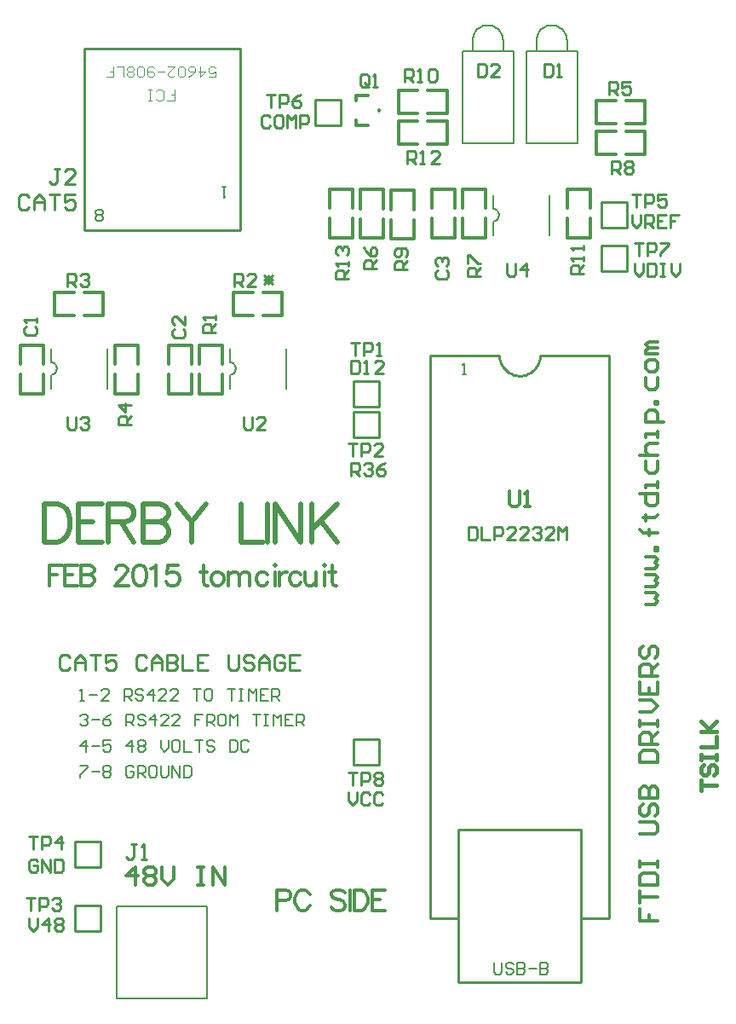
<source format=gto>
%FSLAX24Y24*%
%MOIN*%
G70*
G01*
G75*
%ADD10R,0.0500X0.0600*%
%ADD11R,0.0320X0.0950*%
%ADD12R,0.0600X0.0500*%
%ADD13R,0.0360X0.0360*%
%ADD14R,0.0500X0.0360*%
%ADD15C,0.0200*%
%ADD16C,0.0500*%
%ADD17C,0.0150*%
%ADD18C,0.0300*%
%ADD19R,0.1000X0.6600*%
%ADD20C,0.0700*%
%ADD21O,0.0600X0.0750*%
%ADD22C,0.1280*%
%ADD23C,0.1000*%
%ADD24R,0.0700X0.0700*%
%ADD25C,0.0500*%
%ADD26C,0.0400*%
%ADD27C,0.0120*%
%ADD28C,0.0400*%
%ADD29R,0.1000X0.3500*%
%ADD30C,0.0080*%
%ADD31C,0.0079*%
%ADD32C,0.0100*%
%ADD33C,0.0000*%
D15*
X108500Y83700D02*
Y82200D01*
Y83700D02*
X109000D01*
X109214Y83628D01*
X109357Y83485D01*
X109428Y83343D01*
X109500Y83128D01*
Y82771D01*
X109428Y82557D01*
X109357Y82414D01*
X109214Y82271D01*
X109000Y82200D01*
X108500D01*
X110764Y83700D02*
X109835D01*
Y82200D01*
X110764D01*
X109835Y82986D02*
X110407D01*
X111014Y83700D02*
Y82200D01*
Y83700D02*
X111656D01*
X111871Y83628D01*
X111942Y83557D01*
X112014Y83414D01*
Y83271D01*
X111942Y83128D01*
X111871Y83057D01*
X111656Y82986D01*
X111014D01*
X111514D02*
X112014Y82200D01*
X112349Y83700D02*
Y82200D01*
Y83700D02*
X112992D01*
X113206Y83628D01*
X113278Y83557D01*
X113349Y83414D01*
Y83271D01*
X113278Y83128D01*
X113206Y83057D01*
X112992Y82986D01*
X112349D02*
X112992D01*
X113206Y82914D01*
X113278Y82843D01*
X113349Y82700D01*
Y82486D01*
X113278Y82343D01*
X113206Y82271D01*
X112992Y82200D01*
X112349D01*
X113685Y83700D02*
X114256Y82986D01*
Y82200D01*
X114827Y83700D02*
X114256Y82986D01*
X116198Y83700D02*
Y82200D01*
X117055D01*
X117220Y83700D02*
Y82200D01*
X117534Y83700D02*
Y82200D01*
Y83700D02*
X118534Y82200D01*
Y83700D02*
Y82200D01*
X118948Y83700D02*
Y82200D01*
X119948Y83700D02*
X118948Y82700D01*
X119305Y83057D02*
X119948Y82200D01*
D17*
X134200Y72500D02*
Y72900D01*
Y72700D01*
X134800D01*
X134300Y73500D02*
X134200Y73400D01*
Y73200D01*
X134300Y73100D01*
X134400D01*
X134500Y73200D01*
Y73400D01*
X134600Y73500D01*
X134700D01*
X134800Y73400D01*
Y73200D01*
X134700Y73100D01*
X134200Y73700D02*
Y73900D01*
Y73800D01*
X134800D01*
Y73700D01*
Y73900D01*
X134200Y74199D02*
X134800D01*
Y74599D01*
X134200Y74799D02*
X134800D01*
X134600D01*
X134200Y75199D01*
X134500Y74899D01*
X134800Y75199D01*
D27*
X119650Y94100D02*
Y94850D01*
X120550Y94100D02*
Y94850D01*
Y95250D02*
Y96000D01*
X119650Y95250D02*
Y96000D01*
Y94100D02*
X120550D01*
X119650Y96000D02*
X120550D01*
X128950Y94100D02*
X129850D01*
X128950Y96000D02*
X129850D01*
Y94100D02*
X129850Y94850D01*
X128950D02*
X128950Y94100D01*
Y95250D02*
Y96000D01*
X129850Y95250D02*
Y96000D01*
X122050Y94050D02*
Y94800D01*
X122950Y94050D02*
Y94800D01*
Y95200D02*
Y95950D01*
X122050Y95200D02*
Y95950D01*
Y94050D02*
X122950D01*
X122050Y95950D02*
X122950Y95950D01*
X131250Y97350D02*
X132000D01*
X131250Y98250D02*
X132000D01*
X130100D02*
X130850D01*
X130100Y97350D02*
X130850D01*
X132000D02*
Y98250D01*
X130100Y97350D02*
X130100Y98250D01*
X124850Y94100D02*
Y94850D01*
X125750D02*
X125750Y94100D01*
Y95250D02*
Y96000D01*
X124850Y95250D02*
Y96000D01*
Y94100D02*
X125750D01*
X124850Y96000D02*
X125750Y96000D01*
X121750Y95230D02*
Y95980D01*
X120850Y95230D02*
Y95980D01*
Y94080D02*
Y94830D01*
X121750Y94080D02*
Y94830D01*
X120850Y95980D02*
X121750D01*
X120850Y94080D02*
X121750Y94080D01*
X131250Y98550D02*
X132000D01*
X131250Y99450D02*
X132000D01*
X130100D02*
X130850D01*
X130100Y98550D02*
X130850D01*
X132000D02*
Y99450D01*
X130100Y98550D02*
X130100Y99450D01*
X112150Y89150D02*
Y89900D01*
X111250Y89150D02*
Y89900D01*
X111250Y88000D02*
Y88750D01*
X112150Y88000D02*
Y88750D01*
X111250Y89900D02*
X112150D01*
X111250Y88000D02*
X112150Y88000D01*
X110050Y91050D02*
X110800D01*
X110050Y91950D02*
X110800D01*
X108900D02*
X109650Y91950D01*
X108900Y91050D02*
X109650D01*
X110800D02*
Y91950D01*
X108900Y91050D02*
Y91950D01*
X115900Y91950D02*
X116650D01*
X115900Y91050D02*
X116650D01*
X117050D02*
X117800D01*
X117050Y91950D02*
X117800D01*
X115900Y91050D02*
Y91950D01*
X117800Y91050D02*
X117800Y91950D01*
X122350Y98650D02*
X123100D01*
X122350Y97750D02*
X123100D01*
X123500D02*
X124250D01*
X123500Y98650D02*
X124250D01*
X122350D02*
X122350Y97750D01*
X124250D02*
X124250Y98650D01*
X122350Y99850D02*
X123100D01*
X122350Y98950D02*
X123100D01*
X123500D02*
X124250D01*
X123500Y99850D02*
X124250D01*
X122350Y98950D02*
Y99850D01*
X124250Y98950D02*
X124250Y99850D01*
X114550Y88000D02*
Y88750D01*
X115450Y88000D02*
Y88750D01*
Y89150D02*
Y89900D01*
X114550Y89150D02*
Y89900D01*
X114550Y88000D02*
X115450D01*
X114550Y89900D02*
X115450Y89900D01*
X120700Y98500D02*
Y98700D01*
X121600Y99050D02*
Y99100D01*
X120700Y99450D02*
Y99650D01*
Y98500D02*
X121150D01*
X120700Y99650D02*
X121150D01*
X107550Y88000D02*
X108450Y88000D01*
X107550Y89900D02*
X108450D01*
Y88000D02*
Y88750D01*
X107550Y88750D02*
X107550Y88000D01*
Y89150D02*
Y89900D01*
X108450Y89150D02*
Y89900D01*
X113350Y88000D02*
X114250Y88000D01*
X113350Y89900D02*
X114250D01*
X114250Y88000D02*
Y88750D01*
X113350Y88000D02*
Y88750D01*
Y89150D02*
Y89900D01*
X114250Y89150D02*
Y89900D01*
X123650Y94100D02*
X124550D01*
X123650Y96000D02*
X124550Y96000D01*
Y94100D02*
X124550Y94850D01*
X123650Y94100D02*
Y94850D01*
X123650Y95250D02*
X123650Y96000D01*
X124550Y95250D02*
X124550Y96000D01*
X126700Y84200D02*
Y83700D01*
X126800Y83600D01*
X127000D01*
X127100Y83700D01*
Y84200D01*
X127300Y83600D02*
X127500D01*
X127400D01*
Y84200D01*
X127300Y84100D01*
X112050Y68800D02*
Y69500D01*
X111700Y69150D01*
X112167D01*
X112400Y69383D02*
X112516Y69500D01*
X112750D01*
X112866Y69383D01*
Y69267D01*
X112750Y69150D01*
X112866Y69033D01*
Y68917D01*
X112750Y68800D01*
X112516D01*
X112400Y68917D01*
Y69033D01*
X112516Y69150D01*
X112400Y69267D01*
Y69383D01*
X112516Y69150D02*
X112750D01*
X113100Y69500D02*
Y69033D01*
X113333Y68800D01*
X113566Y69033D01*
Y69500D01*
X114499D02*
X114732D01*
X114616D01*
Y68800D01*
X114499D01*
X114732D01*
X115082D02*
Y69500D01*
X115549Y68800D01*
Y69500D01*
X108700Y81300D02*
Y80500D01*
Y81300D02*
X109195D01*
X108700Y80919D02*
X109005D01*
X109782Y81300D02*
X109287D01*
Y80500D01*
X109782D01*
X109287Y80919D02*
X109591D01*
X109915Y81300D02*
Y80500D01*
Y81300D02*
X110258D01*
X110372Y81262D01*
X110410Y81224D01*
X110448Y81147D01*
Y81071D01*
X110410Y80995D01*
X110372Y80957D01*
X110258Y80919D01*
X109915D02*
X110258D01*
X110372Y80881D01*
X110410Y80843D01*
X110448Y80767D01*
Y80652D01*
X110410Y80576D01*
X110372Y80538D01*
X110258Y80500D01*
X109915D01*
X111294Y81109D02*
Y81147D01*
X111332Y81224D01*
X111370Y81262D01*
X111446Y81300D01*
X111598D01*
X111675Y81262D01*
X111713Y81224D01*
X111751Y81147D01*
Y81071D01*
X111713Y80995D01*
X111637Y80881D01*
X111256Y80500D01*
X111789D01*
X112196Y81300D02*
X112082Y81262D01*
X112006Y81147D01*
X111968Y80957D01*
Y80843D01*
X112006Y80652D01*
X112082Y80538D01*
X112196Y80500D01*
X112273D01*
X112387Y80538D01*
X112463Y80652D01*
X112501Y80843D01*
Y80957D01*
X112463Y81147D01*
X112387Y81262D01*
X112273Y81300D01*
X112196D01*
X112680Y81147D02*
X112756Y81186D01*
X112871Y81300D01*
Y80500D01*
X113724Y81300D02*
X113343D01*
X113305Y80957D01*
X113343Y80995D01*
X113457Y81033D01*
X113571D01*
X113686Y80995D01*
X113762Y80919D01*
X113800Y80805D01*
Y80729D01*
X113762Y80614D01*
X113686Y80538D01*
X113571Y80500D01*
X113457D01*
X113343Y80538D01*
X113305Y80576D01*
X113267Y80652D01*
X114722Y81300D02*
Y80652D01*
X114760Y80538D01*
X114836Y80500D01*
X114912D01*
X114607Y81033D02*
X114874D01*
X115217D02*
X115141Y80995D01*
X115064Y80919D01*
X115026Y80805D01*
Y80729D01*
X115064Y80614D01*
X115141Y80538D01*
X115217Y80500D01*
X115331D01*
X115407Y80538D01*
X115483Y80614D01*
X115521Y80729D01*
Y80805D01*
X115483Y80919D01*
X115407Y80995D01*
X115331Y81033D01*
X115217D01*
X115697D02*
Y80500D01*
Y80881D02*
X115811Y80995D01*
X115887Y81033D01*
X116001D01*
X116077Y80995D01*
X116116Y80881D01*
Y80500D01*
Y80881D02*
X116230Y80995D01*
X116306Y81033D01*
X116420D01*
X116496Y80995D01*
X116535Y80881D01*
Y80500D01*
X117243Y80919D02*
X117167Y80995D01*
X117091Y81033D01*
X116976D01*
X116900Y80995D01*
X116824Y80919D01*
X116786Y80805D01*
Y80729D01*
X116824Y80614D01*
X116900Y80538D01*
X116976Y80500D01*
X117091D01*
X117167Y80538D01*
X117243Y80614D01*
X117491Y81300D02*
X117529Y81262D01*
X117567Y81300D01*
X117529Y81338D01*
X117491Y81300D01*
X117529Y81033D02*
Y80500D01*
X117708Y81033D02*
Y80500D01*
Y80805D02*
X117746Y80919D01*
X117822Y80995D01*
X117898Y81033D01*
X118012D01*
X118542Y80919D02*
X118466Y80995D01*
X118389Y81033D01*
X118275D01*
X118199Y80995D01*
X118123Y80919D01*
X118085Y80805D01*
Y80729D01*
X118123Y80614D01*
X118199Y80538D01*
X118275Y80500D01*
X118389D01*
X118466Y80538D01*
X118542Y80614D01*
X118713Y81033D02*
Y80652D01*
X118751Y80538D01*
X118827Y80500D01*
X118942D01*
X119018Y80538D01*
X119132Y80652D01*
Y81033D02*
Y80500D01*
X119418Y81300D02*
X119456Y81262D01*
X119494Y81300D01*
X119456Y81338D01*
X119418Y81300D01*
X119456Y81033D02*
Y80500D01*
X119749Y81300D02*
Y80652D01*
X119787Y80538D01*
X119863Y80500D01*
X119939D01*
X119635Y81033D02*
X119901D01*
X117600Y68181D02*
X117943D01*
X118057Y68219D01*
X118095Y68257D01*
X118133Y68333D01*
Y68447D01*
X118095Y68524D01*
X118057Y68562D01*
X117943Y68600D01*
X117600D01*
Y67800D01*
X118884Y68409D02*
X118845Y68486D01*
X118769Y68562D01*
X118693Y68600D01*
X118541D01*
X118465Y68562D01*
X118388Y68486D01*
X118350Y68409D01*
X118312Y68295D01*
Y68105D01*
X118350Y67990D01*
X118388Y67914D01*
X118465Y67838D01*
X118541Y67800D01*
X118693D01*
X118769Y67838D01*
X118845Y67914D01*
X118884Y67990D01*
X120270Y68486D02*
X120194Y68562D01*
X120079Y68600D01*
X119927D01*
X119813Y68562D01*
X119737Y68486D01*
Y68409D01*
X119775Y68333D01*
X119813Y68295D01*
X119889Y68257D01*
X120118Y68181D01*
X120194Y68143D01*
X120232Y68105D01*
X120270Y68029D01*
Y67914D01*
X120194Y67838D01*
X120079Y67800D01*
X119927D01*
X119813Y67838D01*
X119737Y67914D01*
X120449Y68600D02*
Y67800D01*
X120617Y68600D02*
Y67800D01*
Y68600D02*
X120883D01*
X120997Y68562D01*
X121074Y68486D01*
X121112Y68409D01*
X121150Y68295D01*
Y68105D01*
X121112Y67990D01*
X121074Y67914D01*
X120997Y67838D01*
X120883Y67800D01*
X120617D01*
X121824Y68600D02*
X121329D01*
Y67800D01*
X121824D01*
X121329Y68219D02*
X121633D01*
X131800Y67867D02*
Y67400D01*
X132150D01*
Y67633D01*
Y67400D01*
X132500D01*
X131800Y68100D02*
Y68566D01*
Y68333D01*
X132500D01*
X131800Y68800D02*
X132500D01*
Y69149D01*
X132383Y69266D01*
X131917D01*
X131800Y69149D01*
Y68800D01*
Y69499D02*
Y69733D01*
Y69616D01*
X132500D01*
Y69499D01*
Y69733D01*
X131800Y70782D02*
X132383D01*
X132500Y70899D01*
Y71132D01*
X132383Y71249D01*
X131800D01*
X131917Y71949D02*
X131800Y71832D01*
Y71599D01*
X131917Y71482D01*
X132033D01*
X132150Y71599D01*
Y71832D01*
X132267Y71949D01*
X132383D01*
X132500Y71832D01*
Y71599D01*
X132383Y71482D01*
X131800Y72182D02*
X132500D01*
Y72532D01*
X132383Y72648D01*
X132267D01*
X132150Y72532D01*
Y72182D01*
Y72532D01*
X132033Y72648D01*
X131917D01*
X131800Y72532D01*
Y72182D01*
Y73581D02*
X132500D01*
Y73931D01*
X132383Y74048D01*
X131917D01*
X131800Y73931D01*
Y73581D01*
X132500Y74281D02*
X131800D01*
Y74631D01*
X131917Y74748D01*
X132150D01*
X132267Y74631D01*
Y74281D01*
Y74514D02*
X132500Y74748D01*
X131800Y74981D02*
Y75214D01*
Y75098D01*
X132500D01*
Y74981D01*
Y75214D01*
X131800Y75564D02*
X132267D01*
X132500Y75797D01*
X132267Y76031D01*
X131800D01*
Y76730D02*
Y76264D01*
X132500D01*
Y76730D01*
X132150Y76264D02*
Y76497D01*
X132500Y76964D02*
X131800D01*
Y77313D01*
X131917Y77430D01*
X132150D01*
X132267Y77313D01*
Y76964D01*
Y77197D02*
X132500Y77430D01*
X131917Y78130D02*
X131800Y78013D01*
Y77780D01*
X131917Y77663D01*
X132033D01*
X132150Y77780D01*
Y78013D01*
X132267Y78130D01*
X132383D01*
X132500Y78013D01*
Y77780D01*
X132383Y77663D01*
X132033Y79763D02*
X132383D01*
X132500Y79879D01*
X132383Y79996D01*
X132500Y80113D01*
X132383Y80229D01*
X132033D01*
Y80462D02*
X132383D01*
X132500Y80579D01*
X132383Y80696D01*
X132500Y80812D01*
X132383Y80929D01*
X132033D01*
Y81162D02*
X132383D01*
X132500Y81279D01*
X132383Y81395D01*
X132500Y81512D01*
X132383Y81629D01*
X132033D01*
X132500Y81862D02*
X132383D01*
Y81979D01*
X132500D01*
Y81862D01*
Y82562D02*
X131917D01*
X132150D01*
Y82445D01*
Y82678D01*
Y82562D01*
X131917D01*
X131800Y82678D01*
X131917Y83145D02*
X132033D01*
Y83028D01*
Y83262D01*
Y83145D01*
X132383D01*
X132500Y83262D01*
X131800Y84078D02*
X132500D01*
Y83728D01*
X132383Y83611D01*
X132150D01*
X132033Y83728D01*
Y84078D01*
X132500Y84311D02*
Y84544D01*
Y84428D01*
X132033D01*
Y84311D01*
Y85361D02*
Y85011D01*
X132150Y84894D01*
X132383D01*
X132500Y85011D01*
Y85361D01*
X131800Y85594D02*
X132500D01*
X132150D01*
X132033Y85711D01*
Y85944D01*
X132150Y86061D01*
X132500D01*
Y86294D02*
Y86527D01*
Y86411D01*
X132033D01*
Y86294D01*
X132733Y86877D02*
X132033D01*
Y87227D01*
X132150Y87344D01*
X132383D01*
X132500Y87227D01*
Y86877D01*
Y87577D02*
X132383D01*
Y87693D01*
X132500D01*
Y87577D01*
X132033Y88626D02*
Y88277D01*
X132150Y88160D01*
X132383D01*
X132500Y88277D01*
Y88626D01*
Y88976D02*
Y89210D01*
X132383Y89326D01*
X132150D01*
X132033Y89210D01*
Y88976D01*
X132150Y88860D01*
X132383D01*
X132500Y88976D01*
Y89560D02*
X132033D01*
Y89676D01*
X132150Y89793D01*
X132500D01*
X132150D01*
X132033Y89909D01*
X132150Y90026D01*
X132500D01*
D30*
X126450Y101800D02*
X126442Y101899D01*
X126417Y101995D01*
X126378Y102086D01*
X126323Y102169D01*
X126256Y102241D01*
X126178Y102302D01*
X126091Y102349D01*
X125997Y102382D01*
X125900Y102398D01*
X125800D01*
X125703Y102382D01*
X125609Y102349D01*
X125522Y102302D01*
X125444Y102241D01*
X125377Y102169D01*
X125322Y102086D01*
X125283Y101995D01*
X125258Y101899D01*
X125250Y101800D01*
X128950D02*
X128942Y101899D01*
X128917Y101995D01*
X128878Y102086D01*
X128823Y102169D01*
X128756Y102241D01*
X128678Y102302D01*
X128591Y102349D01*
X128497Y102382D01*
X128400Y102398D01*
X128300D01*
X128203Y102382D01*
X128109Y102349D01*
X128022Y102302D01*
X127944Y102241D01*
X127877Y102169D01*
X127822Y102086D01*
X127783Y101995D01*
X127758Y101899D01*
X127750Y101800D01*
X124850Y101400D02*
X126850D01*
Y97800D02*
Y101400D01*
X124850Y97800D02*
X126850D01*
X124850D02*
Y101400D01*
X126450Y101400D02*
X126450Y101800D01*
X125250D02*
X125250Y101400D01*
X127350Y101400D02*
X129350D01*
Y97800D02*
Y101400D01*
X127350Y97800D02*
X129350D01*
X127350D02*
Y101400D01*
X128950Y101400D02*
X128950Y101800D01*
X127750D02*
X127750Y101400D01*
X115600Y96100D02*
X115450D01*
X115525D01*
Y95650D01*
X115600Y95725D01*
X110800Y94825D02*
X110725Y94750D01*
X110575D01*
X110500Y94825D01*
Y94900D01*
X110575Y94975D01*
X110500Y95050D01*
Y95125D01*
X110575Y95200D01*
X110725D01*
X110800Y95125D01*
Y95050D01*
X110725Y94975D01*
X110800Y94900D01*
Y94825D01*
X110725Y94975D02*
X110575D01*
X124850Y88750D02*
X125000D01*
X124925D01*
Y89200D01*
X124850Y89125D01*
X126100Y65750D02*
Y65375D01*
X126175Y65300D01*
X126325D01*
X126400Y65375D01*
Y65750D01*
X126850Y65675D02*
X126775Y65750D01*
X126625D01*
X126550Y65675D01*
Y65600D01*
X126625Y65525D01*
X126775D01*
X126850Y65450D01*
Y65375D01*
X126775Y65300D01*
X126625D01*
X126550Y65375D01*
X127000Y65750D02*
Y65300D01*
X127225D01*
X127300Y65375D01*
Y65450D01*
X127225Y65525D01*
X127000D01*
X127225D01*
X127300Y65600D01*
Y65675D01*
X127225Y65750D01*
X127000D01*
X127450Y65525D02*
X127749D01*
X127899Y65750D02*
Y65300D01*
X128124D01*
X128199Y65375D01*
Y65450D01*
X128124Y65525D01*
X127899D01*
X128124D01*
X128199Y65600D01*
Y65675D01*
X128124Y65750D01*
X127899D01*
X109900Y76000D02*
X110050D01*
X109975D01*
Y76450D01*
X109900Y76375D01*
X110275Y76225D02*
X110575D01*
X111025Y76000D02*
X110725D01*
X111025Y76300D01*
Y76375D01*
X110950Y76450D01*
X110800D01*
X110725Y76375D01*
X111624Y76000D02*
Y76450D01*
X111849D01*
X111924Y76375D01*
Y76225D01*
X111849Y76150D01*
X111624D01*
X111774D02*
X111924Y76000D01*
X112374Y76375D02*
X112299Y76450D01*
X112149D01*
X112074Y76375D01*
Y76300D01*
X112149Y76225D01*
X112299D01*
X112374Y76150D01*
Y76075D01*
X112299Y76000D01*
X112149D01*
X112074Y76075D01*
X112749Y76000D02*
Y76450D01*
X112524Y76225D01*
X112824D01*
X113274Y76000D02*
X112974D01*
X113274Y76300D01*
Y76375D01*
X113199Y76450D01*
X113049D01*
X112974Y76375D01*
X113724Y76000D02*
X113424D01*
X113724Y76300D01*
Y76375D01*
X113649Y76450D01*
X113499D01*
X113424Y76375D01*
X114324Y76450D02*
X114623D01*
X114474D01*
Y76000D01*
X114998Y76450D02*
X114848D01*
X114773Y76375D01*
Y76075D01*
X114848Y76000D01*
X114998D01*
X115073Y76075D01*
Y76375D01*
X114998Y76450D01*
X115673D02*
X115973D01*
X115823D01*
Y76000D01*
X116123Y76450D02*
X116273D01*
X116198D01*
Y76000D01*
X116123D01*
X116273D01*
X116498D02*
Y76450D01*
X116648Y76300D01*
X116798Y76450D01*
Y76000D01*
X117248Y76450D02*
X116948D01*
Y76000D01*
X117248D01*
X116948Y76225D02*
X117098D01*
X117398Y76000D02*
Y76450D01*
X117623D01*
X117697Y76375D01*
Y76225D01*
X117623Y76150D01*
X117398D01*
X117548D02*
X117697Y76000D01*
X109900Y75395D02*
X109975Y75470D01*
X110125D01*
X110200Y75395D01*
Y75320D01*
X110125Y75245D01*
X110050D01*
X110125D01*
X110200Y75170D01*
Y75095D01*
X110125Y75020D01*
X109975D01*
X109900Y75095D01*
X110350Y75245D02*
X110650D01*
X111100Y75470D02*
X110950Y75395D01*
X110800Y75245D01*
Y75095D01*
X110875Y75020D01*
X111025D01*
X111100Y75095D01*
Y75170D01*
X111025Y75245D01*
X110800D01*
X111699Y75020D02*
Y75470D01*
X111924D01*
X111999Y75395D01*
Y75245D01*
X111924Y75170D01*
X111699D01*
X111849D02*
X111999Y75020D01*
X112449Y75395D02*
X112374Y75470D01*
X112224D01*
X112149Y75395D01*
Y75320D01*
X112224Y75245D01*
X112374D01*
X112449Y75170D01*
Y75095D01*
X112374Y75020D01*
X112224D01*
X112149Y75095D01*
X112824Y75020D02*
Y75470D01*
X112599Y75245D01*
X112899D01*
X113349Y75020D02*
X113049D01*
X113349Y75320D01*
Y75395D01*
X113274Y75470D01*
X113124D01*
X113049Y75395D01*
X113799Y75020D02*
X113499D01*
X113799Y75320D01*
Y75395D01*
X113724Y75470D01*
X113574D01*
X113499Y75395D01*
X114698Y75470D02*
X114399D01*
Y75245D01*
X114549D01*
X114399D01*
Y75020D01*
X114848D02*
Y75470D01*
X115073D01*
X115148Y75395D01*
Y75245D01*
X115073Y75170D01*
X114848D01*
X114998D02*
X115148Y75020D01*
X115523Y75470D02*
X115373D01*
X115298Y75395D01*
Y75095D01*
X115373Y75020D01*
X115523D01*
X115598Y75095D01*
Y75395D01*
X115523Y75470D01*
X115748Y75020D02*
Y75470D01*
X115898Y75320D01*
X116048Y75470D01*
Y75020D01*
X116648Y75470D02*
X116948D01*
X116798D01*
Y75020D01*
X117098Y75470D02*
X117248D01*
X117173D01*
Y75020D01*
X117098D01*
X117248D01*
X117473D02*
Y75470D01*
X117623Y75320D01*
X117772Y75470D01*
Y75020D01*
X118222Y75470D02*
X117922D01*
Y75020D01*
X118222D01*
X117922Y75245D02*
X118072D01*
X118372Y75020D02*
Y75470D01*
X118597D01*
X118672Y75395D01*
Y75245D01*
X118597Y75170D01*
X118372D01*
X118522D02*
X118672Y75020D01*
X110125Y74000D02*
Y74450D01*
X109900Y74225D01*
X110200D01*
X110350D02*
X110650D01*
X111100Y74450D02*
X110800D01*
Y74225D01*
X110950Y74300D01*
X111025D01*
X111100Y74225D01*
Y74075D01*
X111025Y74000D01*
X110875D01*
X110800Y74075D01*
X111924Y74000D02*
Y74450D01*
X111699Y74225D01*
X111999D01*
X112149Y74375D02*
X112224Y74450D01*
X112374D01*
X112449Y74375D01*
Y74300D01*
X112374Y74225D01*
X112449Y74150D01*
Y74075D01*
X112374Y74000D01*
X112224D01*
X112149Y74075D01*
Y74150D01*
X112224Y74225D01*
X112149Y74300D01*
Y74375D01*
X112224Y74225D02*
X112374D01*
X113049Y74450D02*
Y74150D01*
X113199Y74000D01*
X113349Y74150D01*
Y74450D01*
X113724D02*
X113574D01*
X113499Y74375D01*
Y74075D01*
X113574Y74000D01*
X113724D01*
X113799Y74075D01*
Y74375D01*
X113724Y74450D01*
X113949D02*
Y74000D01*
X114249D01*
X114399Y74450D02*
X114698D01*
X114549D01*
Y74000D01*
X115148Y74375D02*
X115073Y74450D01*
X114923D01*
X114848Y74375D01*
Y74300D01*
X114923Y74225D01*
X115073D01*
X115148Y74150D01*
Y74075D01*
X115073Y74000D01*
X114923D01*
X114848Y74075D01*
X115748Y74450D02*
Y74000D01*
X115973D01*
X116048Y74075D01*
Y74375D01*
X115973Y74450D01*
X115748D01*
X116498Y74375D02*
X116423Y74450D01*
X116273D01*
X116198Y74375D01*
Y74075D01*
X116273Y74000D01*
X116423D01*
X116498Y74075D01*
X109900Y73450D02*
X110200D01*
Y73375D01*
X109900Y73075D01*
Y73000D01*
X110350Y73225D02*
X110650D01*
X110800Y73375D02*
X110875Y73450D01*
X111025D01*
X111100Y73375D01*
Y73300D01*
X111025Y73225D01*
X111100Y73150D01*
Y73075D01*
X111025Y73000D01*
X110875D01*
X110800Y73075D01*
Y73150D01*
X110875Y73225D01*
X110800Y73300D01*
Y73375D01*
X110875Y73225D02*
X111025D01*
X111999Y73375D02*
X111924Y73450D01*
X111774D01*
X111699Y73375D01*
Y73075D01*
X111774Y73000D01*
X111924D01*
X111999Y73075D01*
Y73225D01*
X111849D01*
X112149Y73000D02*
Y73450D01*
X112374D01*
X112449Y73375D01*
Y73225D01*
X112374Y73150D01*
X112149D01*
X112299D02*
X112449Y73000D01*
X112824Y73450D02*
X112674D01*
X112599Y73375D01*
Y73075D01*
X112674Y73000D01*
X112824D01*
X112899Y73075D01*
Y73375D01*
X112824Y73450D01*
X113049D02*
Y73075D01*
X113124Y73000D01*
X113274D01*
X113349Y73075D01*
Y73450D01*
X113499Y73000D02*
Y73450D01*
X113799Y73000D01*
Y73450D01*
X113949D02*
Y73000D01*
X114174D01*
X114249Y73075D01*
Y73375D01*
X114174Y73450D01*
X113949D01*
D31*
X115748Y88734D02*
X115843Y88753D01*
X115924Y88807D01*
X115979Y88889D01*
X115998Y88984D01*
X115979Y89080D01*
X115924Y89161D01*
X115843Y89215D01*
X115748Y89234D01*
X108748Y88734D02*
X108843Y88753D01*
X108924Y88807D01*
X108979Y88889D01*
X108998Y88984D01*
X108979Y89080D01*
X108924Y89161D01*
X108843Y89215D01*
X108748Y89234D01*
X126048Y94734D02*
X126143Y94753D01*
X126224Y94807D01*
X126279Y94889D01*
X126298Y94984D01*
X126279Y95080D01*
X126224Y95161D01*
X126143Y95215D01*
X126048Y95234D01*
X111328Y67972D02*
X114872D01*
X111328Y64350D02*
X114872D01*
X111328D02*
Y67972D01*
X114872Y64350D02*
Y67972D01*
X115748Y89234D02*
Y89772D01*
X117952Y88197D02*
Y89772D01*
X115748Y88197D02*
X115748Y88734D01*
X108748Y89234D02*
Y89772D01*
X110952Y88197D02*
Y89772D01*
X108748Y88197D02*
X108748Y88734D01*
X126048Y94197D02*
X126048Y94734D01*
X128252Y94197D02*
Y95772D01*
X126048Y95234D02*
Y95772D01*
D32*
X126300Y89500D02*
X126306Y89400D01*
X126325Y89301D01*
X126356Y89206D01*
X126399Y89115D01*
X126453Y89030D01*
X126517Y88952D01*
X126590Y88884D01*
X126671Y88825D01*
X126759Y88776D01*
X126853Y88739D01*
X126950Y88714D01*
X127050Y88702D01*
X127150D01*
X127250Y88714D01*
X127347Y88739D01*
X127441Y88776D01*
X127529Y88825D01*
X127610Y88884D01*
X127683Y88952D01*
X127747Y89030D01*
X127801Y89115D01*
X127844Y89206D01*
X127875Y89301D01*
X127894Y89400D01*
X127900Y89500D01*
X120100Y98500D02*
Y99500D01*
X119100Y98500D02*
X120100D01*
X119100Y99500D02*
X120100D01*
X119100Y98500D02*
Y99500D01*
X121600Y73500D02*
Y74500D01*
X120600Y73500D02*
X121600D01*
X120600Y74500D02*
X121600D01*
X120600Y73500D02*
Y74500D01*
X131300Y92800D02*
Y93800D01*
X130300Y92800D02*
X131300D01*
X130300Y93800D02*
X131300D01*
X130300Y92800D02*
Y93800D01*
X131300Y94500D02*
Y95500D01*
X130300Y94500D02*
X131300D01*
X130300Y95500D02*
X131300D01*
X130300Y94500D02*
Y95500D01*
X121600Y86300D02*
Y87300D01*
X120600Y86300D02*
X121600D01*
X120600Y87300D02*
X121600D01*
X120600Y86300D02*
Y87300D01*
X121600Y87500D02*
Y88500D01*
X120600Y87500D02*
X121600D01*
X120600Y88500D02*
X121600D01*
X120600Y87500D02*
Y88500D01*
X110700Y69500D02*
Y70500D01*
X109700Y69500D02*
X110700D01*
X109700Y70500D02*
X110700D01*
X109700Y69500D02*
Y70500D01*
X110700Y67000D02*
Y68000D01*
X109700Y67000D02*
X110700D01*
X109700Y68000D02*
X110700D01*
X109700Y67000D02*
Y68000D01*
X110050Y101500D02*
X116150D01*
X110050Y94400D02*
Y101500D01*
X116150Y94400D02*
Y101500D01*
X110050Y94400D02*
X116150D01*
X124700Y65000D02*
X129500D01*
Y70950D01*
X124700D02*
X129500D01*
X124700Y65000D02*
Y70950D01*
X129500Y67500D02*
X130600D01*
X123600D02*
Y89500D01*
Y67500D02*
X124700D01*
X130600D02*
Y89500D01*
X127900D02*
X130600D01*
X123600D02*
X126300D01*
X120400Y92500D02*
X119900D01*
Y92750D01*
X119983Y92833D01*
X120150D01*
X120233Y92750D01*
Y92500D01*
Y92667D02*
X120400Y92833D01*
Y93000D02*
Y93166D01*
Y93083D01*
X119900D01*
X119983Y93000D01*
Y93416D02*
X119900Y93500D01*
Y93666D01*
X119983Y93750D01*
X120067D01*
X120150Y93666D01*
Y93583D01*
Y93666D01*
X120233Y93750D01*
X120317D01*
X120400Y93666D01*
Y93500D01*
X120317Y93416D01*
X120400Y72420D02*
Y72087D01*
X120567Y71920D01*
X120733Y72087D01*
Y72420D01*
X121233Y72337D02*
X121150Y72420D01*
X120983D01*
X120900Y72337D01*
Y72003D01*
X120983Y71920D01*
X121150D01*
X121233Y72003D01*
X121733Y72337D02*
X121650Y72420D01*
X121483D01*
X121400Y72337D01*
Y72003D01*
X121483Y71920D01*
X121650D01*
X121733Y72003D01*
X120400Y73200D02*
X120733D01*
X120567D01*
Y72700D01*
X120900D02*
Y73200D01*
X121150D01*
X121233Y73117D01*
Y72950D01*
X121150Y72867D01*
X120900D01*
X121400Y73117D02*
X121483Y73200D01*
X121650D01*
X121733Y73117D01*
Y73033D01*
X121650Y72950D01*
X121733Y72867D01*
Y72783D01*
X121650Y72700D01*
X121483D01*
X121400Y72783D01*
Y72867D01*
X121483Y72950D01*
X121400Y73033D01*
Y73117D01*
X121483Y72950D02*
X121650D01*
X131600Y93100D02*
Y92767D01*
X131767Y92600D01*
X131933Y92767D01*
Y93100D01*
X132100D02*
Y92600D01*
X132350D01*
X132433Y92683D01*
Y93017D01*
X132350Y93100D01*
X132100D01*
X132600D02*
X132766D01*
X132683D01*
Y92600D01*
X132600D01*
X132766D01*
X133016Y93100D02*
Y92767D01*
X133183Y92600D01*
X133349Y92767D01*
Y93100D01*
X131600Y93900D02*
X131933D01*
X131767D01*
Y93400D01*
X132100D02*
Y93900D01*
X132350D01*
X132433Y93817D01*
Y93650D01*
X132350Y93567D01*
X132100D01*
X132600Y93900D02*
X132933D01*
Y93817D01*
X132600Y93483D01*
Y93400D01*
X117333Y98817D02*
X117250Y98900D01*
X117083D01*
X117000Y98817D01*
Y98483D01*
X117083Y98400D01*
X117250D01*
X117333Y98483D01*
X117750Y98900D02*
X117583D01*
X117500Y98817D01*
Y98483D01*
X117583Y98400D01*
X117750D01*
X117833Y98483D01*
Y98817D01*
X117750Y98900D01*
X118000Y98400D02*
Y98900D01*
X118166Y98733D01*
X118333Y98900D01*
Y98400D01*
X118500D02*
Y98900D01*
X118749D01*
X118833Y98817D01*
Y98650D01*
X118749Y98567D01*
X118500D01*
X117200Y99700D02*
X117533D01*
X117367D01*
Y99200D01*
X117700D02*
Y99700D01*
X117950D01*
X118033Y99617D01*
Y99450D01*
X117950Y99367D01*
X117700D01*
X118533Y99700D02*
X118366Y99617D01*
X118200Y99450D01*
Y99283D01*
X118283Y99200D01*
X118450D01*
X118533Y99283D01*
Y99367D01*
X118450Y99450D01*
X118200D01*
X131500Y95000D02*
Y94667D01*
X131667Y94500D01*
X131833Y94667D01*
Y95000D01*
X132000Y94500D02*
Y95000D01*
X132250D01*
X132333Y94917D01*
Y94750D01*
X132250Y94667D01*
X132000D01*
X132166D02*
X132333Y94500D01*
X132833Y95000D02*
X132500D01*
Y94500D01*
X132833D01*
X132500Y94750D02*
X132666D01*
X133333Y95000D02*
X133000D01*
Y94750D01*
X133166D01*
X133000D01*
Y94500D01*
X131500Y95800D02*
X131833D01*
X131667D01*
Y95300D01*
X132000D02*
Y95800D01*
X132250D01*
X132333Y95717D01*
Y95550D01*
X132250Y95467D01*
X132000D01*
X132833Y95800D02*
X132500D01*
Y95550D01*
X132666Y95633D01*
X132750D01*
X132833Y95550D01*
Y95383D01*
X132750Y95300D01*
X132583D01*
X132500Y95383D01*
X108233Y69717D02*
X108150Y69800D01*
X107983D01*
X107900Y69717D01*
Y69383D01*
X107983Y69300D01*
X108150D01*
X108233Y69383D01*
Y69550D01*
X108067D01*
X108400Y69300D02*
Y69800D01*
X108733Y69300D01*
Y69800D01*
X108900D02*
Y69300D01*
X109150D01*
X109233Y69383D01*
Y69717D01*
X109150Y69800D01*
X108900D01*
X107900Y70700D02*
X108233D01*
X108067D01*
Y70200D01*
X108400D02*
Y70700D01*
X108650D01*
X108733Y70617D01*
Y70450D01*
X108650Y70367D01*
X108400D01*
X109150Y70200D02*
Y70700D01*
X108900Y70450D01*
X109233D01*
X107900Y67500D02*
Y67167D01*
X108067Y67000D01*
X108233Y67167D01*
Y67500D01*
X108650Y67000D02*
Y67500D01*
X108400Y67250D01*
X108733D01*
X108900Y67417D02*
X108983Y67500D01*
X109150D01*
X109233Y67417D01*
Y67333D01*
X109150Y67250D01*
X109233Y67167D01*
Y67083D01*
X109150Y67000D01*
X108983D01*
X108900Y67083D01*
Y67167D01*
X108983Y67250D01*
X108900Y67333D01*
Y67417D01*
X108983Y67250D02*
X109150D01*
X107800Y68300D02*
X108133D01*
X107967D01*
Y67800D01*
X108300D02*
Y68300D01*
X108550D01*
X108633Y68217D01*
Y68050D01*
X108550Y67967D01*
X108300D01*
X108800Y68217D02*
X108883Y68300D01*
X109050D01*
X109133Y68217D01*
Y68133D01*
X109050Y68050D01*
X108966D01*
X109050D01*
X109133Y67967D01*
Y67883D01*
X109050Y67800D01*
X108883D01*
X108800Y67883D01*
X120500Y84800D02*
Y85300D01*
X120750D01*
X120833Y85217D01*
Y85050D01*
X120750Y84967D01*
X120500D01*
X120667D02*
X120833Y84800D01*
X121000Y85217D02*
X121083Y85300D01*
X121250D01*
X121333Y85217D01*
Y85133D01*
X121250Y85050D01*
X121166D01*
X121250D01*
X121333Y84967D01*
Y84883D01*
X121250Y84800D01*
X121083D01*
X121000Y84883D01*
X121833Y85300D02*
X121666Y85217D01*
X121500Y85050D01*
Y84883D01*
X121583Y84800D01*
X121750D01*
X121833Y84883D01*
Y84967D01*
X121750Y85050D01*
X121500D01*
X120400Y86060D02*
X120733D01*
X120567D01*
Y85560D01*
X120900D02*
Y86060D01*
X121150D01*
X121233Y85977D01*
Y85810D01*
X121150Y85727D01*
X120900D01*
X121733Y85560D02*
X121400D01*
X121733Y85893D01*
Y85977D01*
X121650Y86060D01*
X121483D01*
X121400Y85977D01*
X120500Y89300D02*
Y88800D01*
X120750D01*
X120833Y88883D01*
Y89217D01*
X120750Y89300D01*
X120500D01*
X121000Y88800D02*
X121166D01*
X121083D01*
Y89300D01*
X121000Y89217D01*
X121750Y88800D02*
X121416D01*
X121750Y89133D01*
Y89217D01*
X121666Y89300D01*
X121500D01*
X121416Y89217D01*
X120500Y90000D02*
X120833D01*
X120667D01*
Y89500D01*
X121000D02*
Y90000D01*
X121250D01*
X121333Y89917D01*
Y89750D01*
X121250Y89667D01*
X121000D01*
X121500Y89500D02*
X121666D01*
X121583D01*
Y90000D01*
X121500Y89917D01*
X107900Y95700D02*
X107800Y95800D01*
X107600D01*
X107500Y95700D01*
Y95300D01*
X107600Y95200D01*
X107800D01*
X107900Y95300D01*
X108100Y95200D02*
Y95600D01*
X108300Y95800D01*
X108500Y95600D01*
Y95200D01*
Y95500D01*
X108100D01*
X108700Y95800D02*
X109099D01*
X108900D01*
Y95200D01*
X109699Y95800D02*
X109299D01*
Y95500D01*
X109499Y95600D01*
X109599D01*
X109699Y95500D01*
Y95300D01*
X109599Y95200D01*
X109399D01*
X109299Y95300D01*
X109100Y96800D02*
X108900D01*
X109000D01*
Y96300D01*
X108900Y96200D01*
X108800D01*
X108700Y96300D01*
X109700Y96200D02*
X109300D01*
X109700Y96600D01*
Y96700D01*
X109600Y96800D01*
X109400D01*
X109300Y96700D01*
X113583Y90533D02*
X113500Y90450D01*
Y90283D01*
X113583Y90200D01*
X113917D01*
X114000Y90283D01*
Y90450D01*
X113917Y90533D01*
X114000Y91033D02*
Y90700D01*
X113667Y91033D01*
X113583D01*
X113500Y90950D01*
Y90783D01*
X113583Y90700D01*
X125100Y82800D02*
Y82300D01*
X125350D01*
X125433Y82383D01*
Y82717D01*
X125350Y82800D01*
X125100D01*
X125600D02*
Y82300D01*
X125933D01*
X126100D02*
Y82800D01*
X126350D01*
X126433Y82717D01*
Y82550D01*
X126350Y82467D01*
X126100D01*
X126933Y82300D02*
X126600D01*
X126933Y82633D01*
Y82717D01*
X126849Y82800D01*
X126683D01*
X126600Y82717D01*
X127433Y82300D02*
X127099D01*
X127433Y82633D01*
Y82717D01*
X127349Y82800D01*
X127183D01*
X127099Y82717D01*
X127599D02*
X127683Y82800D01*
X127849D01*
X127932Y82717D01*
Y82633D01*
X127849Y82550D01*
X127766D01*
X127849D01*
X127932Y82467D01*
Y82383D01*
X127849Y82300D01*
X127683D01*
X127599Y82383D01*
X128432Y82300D02*
X128099D01*
X128432Y82633D01*
Y82717D01*
X128349Y82800D01*
X128182D01*
X128099Y82717D01*
X128599Y82300D02*
Y82800D01*
X128765Y82633D01*
X128932Y82800D01*
Y82300D01*
X125450Y100900D02*
Y100400D01*
X125700D01*
X125783Y100483D01*
Y100817D01*
X125700Y100900D01*
X125450D01*
X126283Y100400D02*
X125950D01*
X126283Y100733D01*
Y100817D01*
X126200Y100900D01*
X126033D01*
X125950Y100817D01*
X128050Y100900D02*
Y100400D01*
X128300D01*
X128383Y100483D01*
Y100817D01*
X128300Y100900D01*
X128050D01*
X128550Y100400D02*
X128716D01*
X128633D01*
Y100900D01*
X128550Y100817D01*
X109400Y87100D02*
Y86683D01*
X109483Y86600D01*
X109650D01*
X109733Y86683D01*
Y87100D01*
X109900Y87017D02*
X109983Y87100D01*
X110150D01*
X110233Y87017D01*
Y86933D01*
X110150Y86850D01*
X110066D01*
X110150D01*
X110233Y86767D01*
Y86683D01*
X110150Y86600D01*
X109983D01*
X109900Y86683D01*
X116300Y87100D02*
Y86683D01*
X116383Y86600D01*
X116550D01*
X116633Y86683D01*
Y87100D01*
X117133Y86600D02*
X116800D01*
X117133Y86933D01*
Y87017D01*
X117050Y87100D01*
X116883D01*
X116800Y87017D01*
X122700Y92850D02*
X122200D01*
Y93100D01*
X122283Y93183D01*
X122450D01*
X122533Y93100D01*
Y92850D01*
Y93017D02*
X122700Y93183D01*
X122617Y93350D02*
X122700Y93433D01*
Y93600D01*
X122617Y93683D01*
X122283D01*
X122200Y93600D01*
Y93433D01*
X122283Y93350D01*
X122367D01*
X122450Y93433D01*
Y93683D01*
X130700Y96600D02*
Y97100D01*
X130950D01*
X131033Y97017D01*
Y96850D01*
X130950Y96767D01*
X130700D01*
X130867D02*
X131033Y96600D01*
X131200Y97017D02*
X131283Y97100D01*
X131450D01*
X131533Y97017D01*
Y96933D01*
X131450Y96850D01*
X131533Y96767D01*
Y96683D01*
X131450Y96600D01*
X131283D01*
X131200Y96683D01*
Y96767D01*
X131283Y96850D01*
X131200Y96933D01*
Y97017D01*
X131283Y96850D02*
X131450D01*
X125550Y92600D02*
X125050D01*
Y92850D01*
X125133Y92933D01*
X125300D01*
X125383Y92850D01*
Y92600D01*
Y92767D02*
X125550Y92933D01*
X125050Y93100D02*
Y93433D01*
X125133D01*
X125467Y93100D01*
X125550D01*
X121500Y92880D02*
X121000D01*
Y93130D01*
X121083Y93213D01*
X121250D01*
X121333Y93130D01*
Y92880D01*
Y93047D02*
X121500Y93213D01*
X121000Y93713D02*
X121083Y93546D01*
X121250Y93380D01*
X121417D01*
X121500Y93463D01*
Y93630D01*
X121417Y93713D01*
X121333D01*
X121250Y93630D01*
Y93380D01*
X130600Y99700D02*
Y100200D01*
X130850D01*
X130933Y100117D01*
Y99950D01*
X130850Y99867D01*
X130600D01*
X130767D02*
X130933Y99700D01*
X131433Y100200D02*
X131100D01*
Y99950D01*
X131266Y100033D01*
X131350D01*
X131433Y99950D01*
Y99783D01*
X131350Y99700D01*
X131183D01*
X131100Y99783D01*
X111900Y86800D02*
X111400D01*
Y87050D01*
X111483Y87133D01*
X111650D01*
X111733Y87050D01*
Y86800D01*
Y86967D02*
X111900Y87133D01*
Y87550D02*
X111400D01*
X111650Y87300D01*
Y87633D01*
X109400Y92200D02*
Y92700D01*
X109650D01*
X109733Y92617D01*
Y92450D01*
X109650Y92367D01*
X109400D01*
X109567D02*
X109733Y92200D01*
X109900Y92617D02*
X109983Y92700D01*
X110150D01*
X110233Y92617D01*
Y92533D01*
X110150Y92450D01*
X110066D01*
X110150D01*
X110233Y92367D01*
Y92283D01*
X110150Y92200D01*
X109983D01*
X109900Y92283D01*
X115940Y92200D02*
Y92700D01*
X116190D01*
X116273Y92617D01*
Y92450D01*
X116190Y92367D01*
X115940D01*
X116107D02*
X116273Y92200D01*
X116773D02*
X116440D01*
X116773Y92533D01*
Y92617D01*
X116690Y92700D01*
X116523D01*
X116440Y92617D01*
X122700Y97000D02*
Y97500D01*
X122950D01*
X123033Y97417D01*
Y97250D01*
X122950Y97167D01*
X122700D01*
X122867D02*
X123033Y97000D01*
X123200D02*
X123366D01*
X123283D01*
Y97500D01*
X123200Y97417D01*
X123950Y97000D02*
X123616D01*
X123950Y97333D01*
Y97417D01*
X123866Y97500D01*
X123700D01*
X123616Y97417D01*
X129600Y92700D02*
X129100D01*
Y92950D01*
X129183Y93033D01*
X129350D01*
X129433Y92950D01*
Y92700D01*
Y92867D02*
X129600Y93033D01*
Y93200D02*
Y93366D01*
Y93283D01*
X129100D01*
X129183Y93200D01*
X129600Y93616D02*
Y93783D01*
Y93700D01*
X129100D01*
X129183Y93616D01*
X122600Y100200D02*
Y100700D01*
X122850D01*
X122933Y100617D01*
Y100450D01*
X122850Y100367D01*
X122600D01*
X122767D02*
X122933Y100200D01*
X123100D02*
X123266D01*
X123183D01*
Y100700D01*
X123100Y100617D01*
X123516D02*
X123600Y100700D01*
X123766D01*
X123850Y100617D01*
Y100283D01*
X123766Y100200D01*
X123600D01*
X123516Y100283D01*
Y100617D01*
X115200Y90400D02*
X114700D01*
Y90650D01*
X114783Y90733D01*
X114950D01*
X115033Y90650D01*
Y90400D01*
Y90567D02*
X115200Y90733D01*
Y90900D02*
Y91066D01*
Y90983D01*
X114700D01*
X114783Y90900D01*
X121183Y100083D02*
Y100417D01*
X121100Y100500D01*
X120933D01*
X120850Y100417D01*
Y100083D01*
X120933Y100000D01*
X121100D01*
X121017Y100167D02*
X121183Y100000D01*
X121100D02*
X121183Y100083D01*
X121350Y100000D02*
X121516D01*
X121433D01*
Y100500D01*
X121350Y100417D01*
X107783Y90633D02*
X107700Y90550D01*
Y90383D01*
X107783Y90300D01*
X108117D01*
X108200Y90383D01*
Y90550D01*
X108117Y90633D01*
X108200Y90800D02*
Y90966D01*
Y90883D01*
X107700D01*
X107783Y90800D01*
X112100Y70400D02*
X111900D01*
X112000D01*
Y69900D01*
X111900Y69800D01*
X111800D01*
X111700Y69900D01*
X112300Y69800D02*
X112500D01*
X112400D01*
Y70400D01*
X112300Y70300D01*
X126600Y93100D02*
Y92683D01*
X126683Y92600D01*
X126850D01*
X126933Y92683D01*
Y93100D01*
X127350Y92600D02*
Y93100D01*
X127100Y92850D01*
X127433D01*
X123893Y92833D02*
X123810Y92750D01*
Y92583D01*
X123893Y92500D01*
X124227D01*
X124310Y92583D01*
Y92750D01*
X124227Y92833D01*
X123893Y93000D02*
X123810Y93083D01*
Y93250D01*
X123893Y93333D01*
X123977D01*
X124060Y93250D01*
Y93166D01*
Y93250D01*
X124143Y93333D01*
X124227D01*
X124310Y93250D01*
Y93083D01*
X124227Y93000D01*
X109500Y77700D02*
X109400Y77800D01*
X109200D01*
X109100Y77700D01*
Y77300D01*
X109200Y77200D01*
X109400D01*
X109500Y77300D01*
X109700Y77200D02*
Y77600D01*
X109900Y77800D01*
X110100Y77600D01*
Y77200D01*
Y77500D01*
X109700D01*
X110300Y77800D02*
X110699D01*
X110500D01*
Y77200D01*
X111299Y77800D02*
X110899D01*
Y77500D01*
X111099Y77600D01*
X111199D01*
X111299Y77500D01*
Y77300D01*
X111199Y77200D01*
X110999D01*
X110899Y77300D01*
X112499Y77700D02*
X112399Y77800D01*
X112199D01*
X112099Y77700D01*
Y77300D01*
X112199Y77200D01*
X112399D01*
X112499Y77300D01*
X112699Y77200D02*
Y77600D01*
X112899Y77800D01*
X113099Y77600D01*
Y77200D01*
Y77500D01*
X112699D01*
X113299Y77800D02*
Y77200D01*
X113599D01*
X113699Y77300D01*
Y77400D01*
X113599Y77500D01*
X113299D01*
X113599D01*
X113699Y77600D01*
Y77700D01*
X113599Y77800D01*
X113299D01*
X113898D02*
Y77200D01*
X114298D01*
X114898Y77800D02*
X114498D01*
Y77200D01*
X114898D01*
X114498Y77500D02*
X114698D01*
X115698Y77800D02*
Y77300D01*
X115798Y77200D01*
X115998D01*
X116098Y77300D01*
Y77800D01*
X116698Y77700D02*
X116598Y77800D01*
X116398D01*
X116298Y77700D01*
Y77600D01*
X116398Y77500D01*
X116598D01*
X116698Y77400D01*
Y77300D01*
X116598Y77200D01*
X116398D01*
X116298Y77300D01*
X116897Y77200D02*
Y77600D01*
X117097Y77800D01*
X117297Y77600D01*
Y77200D01*
Y77500D01*
X116897D01*
X117897Y77700D02*
X117797Y77800D01*
X117597D01*
X117497Y77700D01*
Y77300D01*
X117597Y77200D01*
X117797D01*
X117897Y77300D01*
Y77500D01*
X117697D01*
X118497Y77800D02*
X118097D01*
Y77200D01*
X118497D01*
X118097Y77500D02*
X118297D01*
X117100Y92617D02*
X117433Y92283D01*
X117100D02*
X117433Y92617D01*
X117100Y92450D02*
X117433D01*
X117267Y92283D02*
Y92617D01*
D33*
X113300Y99450D02*
X113600D01*
Y99675D01*
X113450D01*
X113600D01*
Y99900D01*
X112850Y99525D02*
X112925Y99450D01*
X113075D01*
X113150Y99525D01*
Y99825D01*
X113075Y99900D01*
X112925D01*
X112850Y99825D01*
X112700Y99450D02*
X112550D01*
X112625D01*
Y99900D01*
X112700D01*
X112550D01*
X114933Y100400D02*
X115200D01*
Y100600D01*
X115067Y100533D01*
X115000D01*
X114933Y100600D01*
Y100733D01*
X115000Y100800D01*
X115133D01*
X115200Y100733D01*
X114600Y100800D02*
Y100400D01*
X114800Y100600D01*
X114534D01*
X114134Y100400D02*
X114267Y100467D01*
X114400Y100600D01*
Y100733D01*
X114334Y100800D01*
X114200D01*
X114134Y100733D01*
Y100667D01*
X114200Y100600D01*
X114400D01*
X114000Y100467D02*
X113934Y100400D01*
X113800D01*
X113734Y100467D01*
Y100733D01*
X113800Y100800D01*
X113934D01*
X114000Y100733D01*
Y100467D01*
X113334Y100800D02*
X113601D01*
X113334Y100533D01*
Y100467D01*
X113401Y100400D01*
X113534D01*
X113601Y100467D01*
X113201Y100600D02*
X112934D01*
X112801Y100733D02*
X112734Y100800D01*
X112601D01*
X112534Y100733D01*
Y100467D01*
X112601Y100400D01*
X112734D01*
X112801Y100467D01*
Y100533D01*
X112734Y100600D01*
X112534D01*
X112401Y100467D02*
X112334Y100400D01*
X112201D01*
X112134Y100467D01*
Y100733D01*
X112201Y100800D01*
X112334D01*
X112401Y100733D01*
Y100467D01*
X112001D02*
X111934Y100400D01*
X111801D01*
X111734Y100467D01*
Y100533D01*
X111801Y100600D01*
X111734Y100667D01*
Y100733D01*
X111801Y100800D01*
X111934D01*
X112001Y100733D01*
Y100667D01*
X111934Y100600D01*
X112001Y100533D01*
Y100467D01*
X111934Y100600D02*
X111801D01*
X111601Y100400D02*
Y100800D01*
X111335D01*
X110935Y100400D02*
X111201D01*
Y100600D01*
X111068D01*
X111201D01*
Y100800D01*
M02*

</source>
